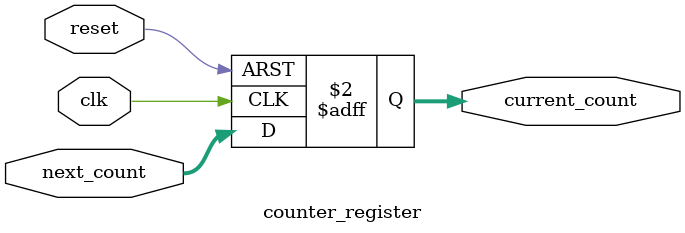
<source format=v>
module verified_up_down_counter (
    input wire clk,
    input wire reset,
    input wire up_down,
    output wire [15:0] count
);

    wire [15:0] next_count;

    // Instantiate the counter logic
    counter_logic u_counter_logic (
        .clk(clk),
        .reset(reset),
        .up_down(up_down),
        .current_count(count),
        .next_count(next_count)
    );

    // Instantiate the register to hold the count value
    counter_register u_counter_register (
        .clk(clk),
        .reset(reset),
        .next_count(next_count),
        .current_count(count)
    );

endmodule

module counter_logic (
    input wire clk,
    input wire reset,
    input wire up_down,
    input wire [15:0] current_count,
    output reg [15:0] next_count
);

    always @(*) begin
        if (reset) begin
            next_count = 16'b0; 
        end else begin
            if (up_down) begin
                // Increment the counter if up_down is high
                if (current_count == 16'b1111_1111_1111_1111) begin
                    next_count = 16'b0; 
                end else begin
                    next_count = current_count + 1; 
                end
            end else begin
                // Decrement the counter if up_down is low
                if (current_count == 16'b0) begin
                    next_count = 16'b1111_1111_1111_1111; 
                end else begin
                    next_count = current_count - 1; 
                end
            end
        end
    end

endmodule

module counter_register (
    input wire clk,
    input wire reset,
    input wire [15:0] next_count,
    output reg [15:0] current_count
);

    always @(posedge clk or posedge reset) begin
        if (reset) begin
            current_count <= 16'b0; 
        end else begin
            current_count <= next_count; 
        end
    end

endmodule
</source>
